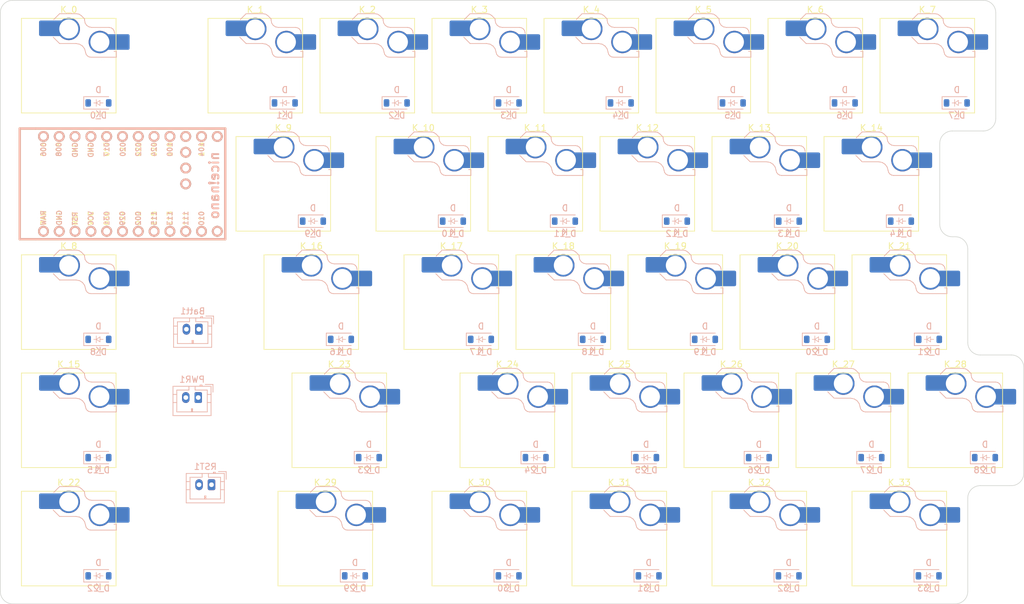
<source format=kicad_pcb>
(kicad_pcb (version 20240108) (generator "pcbnew") (generator_version "8.0")
  (layers (0 "F.Cu" signal) (31 "B.Cu" signal) (34 "B.Paste" user) (35 "F.Paste" user) (36 "B.SilkS" user "B.Silkscreen") (37 "F.SilkS" user "F.Silkscreen") (38 "B.Mask" user) (39 "F.Mask" user) (44 "Edge.Cuts" user))
  (net 0 "")
  (net 1 "col0")
  (net 2 "col1")
  (net 3 "col2")
  (net 4 "col3")
  (net 5 "col4")
  (net 6 "col5")
  (net 7 "col6")
  (net 8 "col7")
  (net 9 "row0")
  (net 10 "row1")
  (net 11 "row2")
  (net 12 "row3")
  (net 13 "row4")
  (net 14 "Net-(D_0-A)")
  (net 15 "Net-(D_1-A)")
  (net 16 "Net-(D_2-A)")
  (net 17 "Net-(D_3-A)")
  (net 18 "Net-(D_4-A)")
  (net 19 "Net-(D_5-A)")
  (net 20 "Net-(D_6-A)")
  (net 21 "Net-(D_7-A)")
  (net 22 "Net-(D_8-A)")
  (net 23 "Net-(D_9-A)")
  (net 24 "Net-(D_10-A)")
  (net 25 "Net-(D_11-A)")
  (net 26 "Net-(D_12-A)")
  (net 27 "Net-(D_13-A)")
  (net 28 "Net-(D_14-A)")
  (net 29 "Net-(D_15-A)")
  (net 30 "Net-(D_16-A)")
  (net 31 "Net-(D_17-A)")
  (net 32 "Net-(D_18-A)")
  (net 33 "Net-(D_19-A)")
  (net 34 "Net-(D_20-A)")
  (net 35 "Net-(D_21-A)")
  (net 36 "Net-(D_22-A)")
  (net 37 "Net-(D_23-A)")
  (net 38 "Net-(D_24-A)")
  (net 39 "Net-(D_25-A)")
  (net 40 "Net-(D_26-A)")
  (net 41 "Net-(D_27-A)")
  (net 42 "Net-(D_28-A)")
  (net 43 "Net-(D_29-A)")
  (net 44 "Net-(D_30-A)")
  (net 45 "Net-(D_31-A)")
  (net 46 "Net-(D_32-A)")
  (net 47 "Net-(D_33-A)")
  (net 50 "Net-(PWR1-B)")
  (net 55 "Net-(RST1-A)")
  (net 61 "Net-(Batt1-Pin_2)")
  (net 62 "Net-(Batt1-Pin_1)")
  (footprint "PCM_Switch_Keyboard_Hotswap_Kailh:SW_Hotswap_Kailh_Choc_V1_Plated_1.50u" (layer "F.Cu") (at 85.28 118.77)
    (property "Reference" "K_23" (at 0 -9 0) (layer "F.SilkS"))
    (property "Value" "KEYSW")
    (pad "" np_thru_hole circle (at -5.5 0) (size 1.9 1.9) (drill 1.9) (layers "*.Cu" "*.Mask"))
    (pad "" np_thru_hole circle (at 0 0) (size 3.45 3.45) (drill 3.45) (layers "*.Cu" "*.Mask"))
    (pad "" np_thru_hole circle (at 5.5 0) (size 1.9 1.9) (drill 1.9) (layers "*.Cu" "*.Mask"))
    (pad "1" smd roundrect (at -2.85 -6) (size 3.85 2.5) (layers "B.Cu") (roundrect_rratio 0.1) (net 2 "col1"))
    (pad "1" thru_hole circle (at 0 -5.9) (size 3.6 3.6) (drill 3.05) (layers "*.Cu" "*.Mask") (net 2 "col1"))
    (pad "2" thru_hole circle (at 5 -3.8) (size 3.6 3.6) (drill 3.05) (layers "*.Cu" "*.Mask") (net 37 "Net-(D_23-A)"))
    (pad "2" smd roundrect (at 7.85 -3.8) (size 3.85 2.5) (layers "B.Cu") (roundrect_rratio 0.1) (net 37 "Net-(D_23-A)"))
  )
  (footprint "ScottoKeebs_Scotto:Standoff_M2x6mm" (layer "F.Cu") (at 164.08 143.12)
    (property "Reference" "H1" (hide yes))
    (property "Value" "MountingHole" (hide yes))
    (pad "" np_thru_hole circle (at 0 0) (size 2.2 2.2) (drill 2.2) (layers "*.Cu" "*.Mask"))
  )
  (footprint "PCM_Switch_Keyboard_Hotswap_Kailh:SW_Hotswap_Kailh_Choc_V1_Plated_1.00u" (layer "F.Cu") (at 130.28 137.77)
    (property "Reference" "K_31" (at 0 -9 0) (layer "F.SilkS"))
    (property "Value" "KEYSW")
    (pad "" np_thru_hole circle (at -5.5 0) (size 1.9 1.9) (drill 1.9) (layers "*.Cu" "*.Mask"))
    (pad "" np_thru_hole circle (at 0 0) (size 3.45 3.45) (drill 3.45) (layers "*.Cu" "*.Mask"))
    (pad "" np_thru_hole circle (at 5.5 0) (size 1.9 1.9) (drill 1.9) (layers "*.Cu" "*.Mask"))
    (pad "1" smd roundrect (at -2.85 -6) (size 3.85 2.5) (layers "B.Cu") (roundrect_rratio 0.1) (net 5 "col4"))
    (pad "1" thru_hole circle (at 0 -5.9) (size 3.6 3.6) (drill 3.05) (layers "*.Cu" "*.Mask") (net 5 "col4"))
    (pad "2" thru_hole circle (at 5 -3.8) (size 3.6 3.6) (drill 3.05) (layers "*.Cu" "*.Mask") (net 45 "Net-(D_31-A)"))
    (pad "2" smd roundrect (at 7.85 -3.8) (size 3.85 2.5) (layers "B.Cu") (roundrect_rratio 0.1) (net 45 "Net-(D_31-A)"))
  )
  (footprint "PCM_Switch_Keyboard_Hotswap_Kailh:SW_Hotswap_Kailh_Choc_V1_Plated_1.00u" (layer "F.Cu") (at 107.78 61.77)
    (property "Reference" "K_3" (at 0 -9 0) (layer "F.SilkS"))
    (property "Value" "KEYSW")
    (pad "" np_thru_hole circle (at -5.5 0) (size 1.9 1.9) (drill 1.9) (layers "*.Cu" "*.Mask"))
    (pad "" np_thru_hole circle (at 0 0) (size 3.45 3.45) (drill 3.45) (layers "*.Cu" "*.Mask"))
    (pad "" np_thru_hole circle (at 5.5 0) (size 1.9 1.9) (drill 1.9) (layers "*.Cu" "*.Mask"))
    (pad "1" smd roundrect (at -2.85 -6) (size 3.85 2.5) (layers "B.Cu") (roundrect_rratio 0.1) (net 4 "col3"))
    (pad "1" thru_hole circle (at 0 -5.9) (size 3.6 3.6) (drill 3.05) (layers "*.Cu" "*.Mask") (net 4 "col3"))
    (pad "2" thru_hole circle (at 5 -3.8) (size 3.6 3.6) (drill 3.05) (layers "*.Cu" "*.Mask") (net 17 "Net-(D_3-A)"))
    (pad "2" smd roundrect (at 7.85 -3.8) (size 3.85 2.5) (layers "B.Cu") (roundrect_rratio 0.1) (net 17 "Net-(D_3-A)"))
  )
  (footprint "PCM_Switch_Keyboard_Hotswap_Kailh:SW_Hotswap_Kailh_Choc_V1_Plated_1.00u" (layer "F.Cu") (at 89.78 61.77)
    (property "Reference" "K_2" (at 0 -9 0) (layer "F.SilkS"))
    (property "Value" "KEYSW")
    (pad "" np_thru_hole circle (at -5.5 0) (size 1.9 1.9) (drill 1.9) (layers "*.Cu" "*.Mask"))
    (pad "" np_thru_hole circle (at 0 0) (size 3.45 3.45) (drill 3.45) (layers "*.Cu" "*.Mask"))
    (pad "" np_thru_hole circle (at 5.5 0) (size 1.9 1.9) (drill 1.9) (layers "*.Cu" "*.Mask"))
    (pad "1" smd roundrect (at -2.85 -6) (size 3.85 2.5) (layers "B.Cu") (roundrect_rratio 0.1) (net 3 "col2"))
    (pad "1" thru_hole circle (at 0 -5.9) (size 3.6 3.6) (drill 3.05) (layers "*.Cu" "*.Mask") (net 3 "col2"))
    (pad "2" thru_hole circle (at 5 -3.8) (size 3.6 3.6) (drill 3.05) (layers "*.Cu" "*.Mask") (net 16 "Net-(D_2-A)"))
    (pad "2" smd roundrect (at 7.85 -3.8) (size 3.85 2.5) (layers "B.Cu") (roundrect_rratio 0.1) (net 16 "Net-(D_2-A)"))
  )
  (footprint "PCM_Switch_Keyboard_Hotswap_Kailh:SW_Hotswap_Kailh_Choc_V1_Plated_1.00u" (layer "F.Cu") (at 98.78 80.77)
    (property "Reference" "K_10" (at 0 -9 0) (layer "F.SilkS"))
    (property "Value" "KEYSW")
    (pad "" np_thru_hole circle (at -5.5 0) (size 1.9 1.9) (drill 1.9) (layers "*.Cu" "*.Mask"))
    (pad "" np_thru_hole circle (at 0 0) (size 3.45 3.45) (drill 3.45) (layers "*.Cu" "*.Mask"))
    (pad "" np_thru_hole circle (at 5.5 0) (size 1.9 1.9) (drill 1.9) (layers "*.Cu" "*.Mask"))
    (pad "1" smd roundrect (at -2.85 -6) (size 3.85 2.5) (layers "B.Cu") (roundrect_rratio 0.1) (net 3 "col2"))
    (pad "1" thru_hole circle (at 0 -5.9) (size 3.6 3.6) (drill 3.05) (layers "*.Cu" "*.Mask") (net 3 "col2"))
    (pad "2" thru_hole circle (at 5 -3.8) (size 3.6 3.6) (drill 3.05) (layers "*.Cu" "*.Mask") (net 24 "Net-(D_10-A)"))
    (pad "2" smd roundrect (at 7.85 -3.8) (size 3.85 2.5) (layers "B.Cu") (roundrect_rratio 0.1) (net 24 "Net-(D_10-A)"))
  )
  (footprint "PCM_Switch_Keyboard_Hotswap_Kailh:SW_Hotswap_Kailh_Choc_V1_Plated_1.00u" (layer "F.Cu") (at 152.78 80.77)
    (property "Reference" "K_13" (at 0 -9 0) (layer "F.SilkS"))
    (property "Value" "KEYSW")
    (pad "" np_thru_hole circle (at -5.5 0) (size 1.9 1.9) (drill 1.9) (layers "*.Cu" "*.Mask"))
    (pad "" np_thru_hole circle (at 0 0) (size 3.45 3.45) (drill 3.45) (layers "*.Cu" "*.Mask"))
    (pad "" np_thru_hole circle (at 5.5 0) (size 1.9 1.9) (drill 1.9) (layers "*.Cu" "*.Mask"))
    (pad "1" smd roundrect (at -2.85 -6) (size 3.85 2.5) (layers "B.Cu") (roundrect_rratio 0.1) (net 6 "col5"))
    (pad "1" thru_hole circle (at 0 -5.9) (size 3.6 3.6) (drill 3.05) (layers "*.Cu" "*.Mask") (net 6 "col5"))
    (pad "2" thru_hole circle (at 5 -3.8) (size 3.6 3.6) (drill 3.05) (layers "*.Cu" "*.Mask") (net 27 "Net-(D_13-A)"))
    (pad "2" smd roundrect (at 7.85 -3.8) (size 3.85 2.5) (layers "B.Cu") (roundrect_rratio 0.1) (net 27 "Net-(D_13-A)"))
  )
  (footprint "PCM_Switch_Keyboard_Hotswap_Kailh:SW_Hotswap_Kailh_Choc_V1_Plated_1.00u" (layer "F.Cu") (at 41.8 61.77)
    (property "Reference" "K_0" (at 0 -9 0) (layer "F.SilkS"))
    (property "Value" "KEYSW")
    (pad "" np_thru_hole circle (at -5.5 0) (size 1.9 1.9) (drill 1.9) (layers "*.Cu" "*.Mask"))
    (pad "" np_thru_hole circle (at 0 0) (size 3.45 3.45) (drill 3.45) (layers "*.Cu" "*.Mask"))
    (pad "" np_thru_hole circle (at 5.5 0) (size 1.9 1.9) (drill 1.9) (layers "*.Cu" "*.Mask"))
    (pad "1" smd roundrect (at -2.85 -6) (size 3.85 2.5) (layers "B.Cu") (roundrect_rratio 0.1) (net 1 "col0"))
    (pad "1" thru_hole circle (at 0 -5.9) (size 3.6 3.6) (drill 3.05) (layers "*.Cu" "*.Mask") (net 1 "col0"))
    (pad "2" thru_hole circle (at 5 -3.8) (size 3.6 3.6) (drill 3.05) (layers "*.Cu" "*.Mask") (net 14 "Net-(D_0-A)"))
    (pad "2" smd roundrect (at 7.85 -3.8) (size 3.85 2.5) (layers "B.Cu") (roundrect_rratio 0.1) (net 14 "Net-(D_0-A)"))
  )
  (footprint "PCM_Switch_Keyboard_Hotswap_Kailh:SW_Hotswap_Kailh_Choc_V1_Plated_1.50u" (layer "F.Cu") (at 76.28 80.77)
    (property "Reference" "K_9" (at 0 -9 0) (layer "F.SilkS"))
    (property "Value" "KEYSW")
    (pad "" np_thru_hole circle (at -5.5 0) (size 1.9 1.9) (drill 1.9) (layers "*.Cu" "*.Mask"))
    (pad "" np_thru_hole circle (at 0 0) (size 3.45 3.45) (drill 3.45) (layers "*.Cu" "*.Mask"))
    (pad "" np_thru_hole circle (at 5.5 0) (size 1.9 1.9) (drill 1.9) (layers "*.Cu" "*.Mask"))
    (pad "1" smd roundrect (at -2.85 -6) (size 3.85 2.5) (layers "B.Cu") (roundrect_rratio 0.1) (net 2 "col1"))
    (pad "1" thru_hole circle (at 0 -5.9) (size 3.6 3.6) (drill 3.05) (layers "*.Cu" "*.Mask") (net 2 "col1"))
    (pad "2" thru_hole circle (at 5 -3.8) (size 3.6 3.6) (drill 3.05) (layers "*.Cu" "*.Mask") (net 23 "Net-(D_9-A)"))
    (pad "2" smd roundrect (at 7.85 -3.8) (size 3.85 2.5) (layers "B.Cu") (roundrect_rratio 0.1) (net 23 "Net-(D_9-A)"))
  )
  (footprint "PCM_Switch_Keyboard_Hotswap_Kailh:SW_Hotswap_Kailh_Choc_V1_Plated_1.50u" (layer "F.Cu") (at 107.78 137.77)
    (property "Reference" "K_30" (at 0 -9 0) (layer "F.SilkS"))
    (property "Value" "KEYSW")
    (pad "" np_thru_hole circle (at -5.5 0) (size 1.9 1.9) (drill 1.9) (layers "*.Cu" "*.Mask"))
    (pad "" np_thru_hole circle (at 0 0) (size 3.45 3.45) (drill 3.45) (layers "*.Cu" "*.Mask"))
    (pad "" np_thru_hole circle (at 5.5 0) (size 1.9 1.9) (drill 1.9) (layers "*.Cu" "*.Mask"))
    (pad "1" smd roundrect (at -2.85 -6) (size 3.85 2.5) (layers "B.Cu") (roundrect_rratio 0.1) (net 3 "col2"))
    (pad "1" thru_hole circle (at 0 -5.9) (size 3.6 3.6) (drill 3.05) (layers "*.Cu" "*.Mask") (net 3 "col2"))
    (pad "2" thru_hole circle (at 5 -3.8) (size 3.6 3.6) (drill 3.05) (layers "*.Cu" "*.Mask") (net 44 "Net-(D_30-A)"))
    (pad "2" smd roundrect (at 7.85 -3.8) (size 3.85 2.5) (layers "B.Cu") (roundrect_rratio 0.1) (net 44 "Net-(D_30-A)"))
  )
  (footprint "PCM_Switch_Keyboard_Hotswap_Kailh:SW_Hotswap_Kailh_Choc_V1_Plated_1.00u" (layer "F.Cu") (at 175.28 99.77)
    (property "Reference" "K_21" (at 0 -9 0) (layer "F.SilkS"))
    (property "Value" "KEYSW")
    (pad "" np_thru_hole circle (at -5.5 0) (size 1.9 1.9) (drill 1.9) (layers "*.Cu" "*.Mask"))
    (pad "" np_thru_hole circle (at 0 0) (size 3.45 3.45) (drill 3.45) (layers "*.Cu" "*.Mask"))
    (pad "" np_thru_hole circle (at 5.5 0) (size 1.9 1.9) (drill 1.9) (layers "*.Cu" "*.Mask"))
    (pad "1" smd roundrect (at -2.85 -6) (size 3.85 2.5) (layers "B.Cu") (roundrect_rratio 0.1) (net 7 "col6"))
    (pad "1" thru_hole circle (at 0 -5.9) (size 3.6 3.6) (drill 3.05) (layers "*.Cu" "*.Mask") (net 7 "col6"))
    (pad "2" thru_hole circle (at 5 -3.8) (size 3.6 3.6) (drill 3.05) (layers "*.Cu" "*.Mask") (net 35 "Net-(D_21-A)"))
    (pad "2" smd roundrect (at 7.85 -3.8) (size 3.85 2.5) (layers "B.Cu") (roundrect_rratio 0.1) (net 35 "Net-(D_21-A)"))
  )
  (footprint "PCM_Switch_Keyboard_Hotswap_Kailh:SW_Hotswap_Kailh_Choc_V1_Plated_1.00u" (layer "F.Cu") (at 41.8 118.77)
    (property "Reference" "K_15" (at 0 -9 0) (layer "F.SilkS"))
    (property "Value" "KEYSW")
    (pad "" np_thru_hole circle (at -5.5 0) (size 1.9 1.9) (drill 1.9) (layers "*.Cu" "*.Mask"))
    (pad "" np_thru_hole circle (at 0 0) (size 3.45 3.45) (drill 3.45) (layers "*.Cu" "*.Mask"))
    (pad "" np_thru_hole circle (at 5.5 0) (size 1.9 1.9) (drill 1.9) (layers "*.Cu" "*.Mask"))
    (pad "1" smd roundrect (at -2.85 -6) (size 3.85 2.5) (layers "B.Cu") (roundrect_rratio 0.1) (net 1 "col0"))
    (pad "1" thru_hole circle (at 0 -5.9) (size 3.6 3.6) (drill 3.05) (layers "*.Cu" "*.Mask") (net 1 "col0"))
    (pad "2" thru_hole circle (at 5 -3.8) (size 3.6 3.6) (drill 3.05) (layers "*.Cu" "*.Mask") (net 29 "Net-(D_15-A)"))
    (pad "2" smd roundrect (at 7.85 -3.8) (size 3.85 2.5) (layers "B.Cu") (roundrect_rratio 0.1) (net 29 "Net-(D_15-A)"))
  )
  (footprint "PCM_Switch_Keyboard_Hotswap_Kailh:SW_Hotswap_Kailh_Choc_V1_Plated_1.00u" (layer "F.Cu") (at 170.78 80.77)
    (property "Reference" "K_14" (at 0 -9 0) (layer "F.SilkS"))
    (property "Value" "KEYSW")
    (pad "" np_thru_hole circle (at -5.5 0) (size 1.9 1.9) (drill 1.9) (layers "*.Cu" "*.Mask"))
    (pad "" np_thru_hole circle (at 0 0) (size 3.45 3.45) (drill 3.45) (layers "*.Cu" "*.Mask"))
    (pad "" np_thru_hole circle (at 5.5 0) (size 1.9 1.9) (drill 1.9) (layers "*.Cu" "*.Mask"))
    (pad "1" smd roundrect (at -2.85 -6) (size 3.85 2.5) (layers "B.Cu") (roundrect_rratio 0.1) (net 7 "col6"))
    (pad "1" thru_hole circle (at 0 -5.9) (size 3.6 3.6) (drill 3.05) (layers "*.Cu" "*.Mask") (net 7 "col6"))
    (pad "2" thru_hole circle (at 5 -3.8) (size 3.6 3.6) (drill 3.05) (layers "*.Cu" "*.Mask") (net 28 "Net-(D_14-A)"))
    (pad "2" smd roundrect (at 7.85 -3.8) (size 3.85 2.5) (layers "B.Cu") (roundrect_rratio 0.1) (net 28 "Net-(D_14-A)"))
  )
  (footprint "PCM_Switch_Keyboard_Hotswap_Kailh:SW_Hotswap_Kailh_Choc_V1_Plated_1.00u" (layer "F.Cu") (at 157.28 99.77)
    (property "Reference" "K_20" (at 0 -9 0) (layer "F.SilkS"))
    (property "Value" "KEYSW")
    (pad "" np_thru_hole circle (at -5.5 0) (size 1.9 1.9) (drill 1.9) (layers "*.Cu" "*.Mask"))
    (pad "" np_thru_hole circle (at 0 0) (size 3.45 3.45) (drill 3.45) (layers "*.Cu" "*.Mask"))
    (pad "" np_thru_hole circle (at 5.5 0) (size 1.9 1.9) (drill 1.9) (layers "*.Cu" "*.Mask"))
    (pad "1" smd roundrect (at -2.85 -6) (size 3.85 2.5) (layers "B.Cu") (roundrect_rratio 0.1) (net 6 "col5"))
    (pad "1" thru_hole circle (at 0 -5.9) (size 3.6 3.6) (drill 3.05) (layers "*.Cu" "*.Mask") (net 6 "col5"))
    (pad "2" thru_hole circle (at 5 -3.8) (size 3.6 3.6) (drill 3.05) (layers "*.Cu" "*.Mask") (net 34 "Net-(D_20-A)"))
    (pad "2" smd roundrect (at 7.85 -3.8) (size 3.85 2.5) (layers "B.Cu") (roundrect_rratio 0.1) (net 34 "Net-(D_20-A)"))
  )
  (footprint "PCM_Switch_Keyboard_Hotswap_Kailh:SW_Hotswap_Kailh_Choc_V1_Plated_1.00u" (layer "F.Cu") (at 41.8 99.77)
    (property "Reference" "K_8" (at 0 -9 0) (layer "F.SilkS"))
    (property "Value" "KEYSW")
    (pad "" np_thru_hole circle (at -5.5 0) (size 1.9 1.9) (drill 1.9) (layers "*.Cu" "*.Mask"))
    (pad "" np_thru_hole circle (at 0 0) (size 3.45 3.45) (drill 3.45) (layers "*.Cu" "*.Mask"))
    (pad "" np_thru_hole circle (at 5.5 0) (size 1.9 1.9) (drill 1.9) (layers "*.Cu" "*.Mask"))
    (pad "1" smd roundrect (at -2.85 -6) (size 3.85 2.5) (layers "B.Cu") (roundrect_rratio 0.1) (net 1 "col0"))
    (pad "1" thru_hole circle (at 0 -5.9) (size 3.6 3.6) (drill 3.05) (layers "*.Cu" "*.Mask") (net 1 "col0"))
    (pad "2" thru_hole circle (at 5 -3.8) (size 3.6 3.6) (drill 3.05) (layers "*.Cu" "*.Mask") (net 22 "Net-(D_8-A)"))
    (pad "2" smd roundrect (at 7.85 -3.8) (size 3.85 2.5) (layers "B.Cu") (roundrect_rratio 0.1) (net 22 "Net-(D_8-A)"))
  )
  (footprint "PCM_Switch_Keyboard_Hotswap_Kailh:SW_Hotswap_Kailh_Choc_V1_Plated_1.00u" (layer "F.Cu") (at 71.78 61.77)
    (property "Reference" "K_1" (at 0 -9 0) (layer "F.SilkS"))
    (property "Value" "KEYSW")
    (pad "" np_thru_hole circle (at -5.5 0) (size 1.9 1.9) (drill 1.9) (layers "*.Cu" "*.Mask"))
    (pad "" np_thru_hole circle (at 0 0) (size 3.45 3.45) (drill 3.45) (layers "*.Cu" "*.Mask"))
    (pad "" np_thru_hole circle (at 5.5 0) (size 1.9 1.9) (drill 1.9) (layers "*.Cu" "*.Mask"))
    (pad "1" smd roundrect (at -2.85 -6) (size 3.85 2.5) (layers "B.Cu") (roundrect_rratio 0.1) (net 2 "col1"))
    (pad "1" thru_hole circle (at 0 -5.9) (size 3.6 3.6) (drill 3.05) (layers "*.Cu" "*.Mask") (net 2 "col1"))
    (pad "2" thru_hole circle (at 5 -3.8) (size 3.6 3.6) (drill 3.05) (layers "*.Cu" "*.Mask") (net 15 "Net-(D_1-A)"))
    (pad "2" smd roundrect (at 7.85 -3.8) (size 3.85 2.5) (layers "B.Cu") (roundrect_rratio 0.1) (net 15 "Net-(D_1-A)"))
  )
  (footprint "PCM_Switch_Keyboard_Hotswap_Kailh:SW_Hotswap_Kailh_Choc_V1_Plated_1.00u" (layer "F.Cu") (at 161.78 61.77)
    (property "Reference" "K_6" (at 0 -9 0) (layer "F.SilkS"))
    (property "Value" "KEYSW")
    (pad "" np_thru_hole circle (at -5.5 0) (size 1.9 1.9) (drill 1.9) (layers "*.Cu" "*.Mask"))
    (pad "" np_thru_hole circle (at 0 0) (size 3.45 3.45) (drill 3.45) (layers "*.Cu" "*.Mask"))
    (pad "" np_thru_hole circle (at 5.5 0) (size 1.9 1.9) (drill 1.9) (layers "*.Cu" "*.Mask"))
    (pad "1" smd roundrect (at -2.85 -6) (size 3.85 2.5) (layers "B.Cu") (roundrect_rratio 0.1) (net 7 "col6"))
    (pad "1" thru_hole circle (at 0 -5.9) (size 3.6 3.6) (drill 3.05) (layers "*.Cu" "*.Mask") (net 7 "col6"))
    (pad "2" thru_hole circle (at 5 -3.8) (size 3.6 3.6) (drill 3.05) (layers "*.Cu" "*.Mask") (net 20 "Net-(D_6-A)"))
    (pad "2" smd roundrect (at 7.85 -3.8) (size 3.85 2.5) (layers "B.Cu") (roundrect_rratio 0.1) (net 20 "Net-(D_6-A)"))
  )
  (footprint "PCM_Switch_Keyboard_Hotswap_Kailh:SW_Hotswap_Kailh_Choc_V1_Plated_1.25u" (layer "F.Cu") (at 83.03 137.77)
    (property "Reference" "K_29" (at 0 -9 0) (layer "F.SilkS"))
    (property "Value" "KEYSW")
    (pad "" np_thru_hole circle (at -5.5 0) (size 1.9 1.9) (drill 1.9) (layers "*.Cu" "*.Mask"))
    (pad "" np_thru_hole circle (at 0 0) (size 3.45 3.45) (drill 3.45) (layers "*.Cu" "*.Mask"))
    (pad "" np_thru_hole circle (at 5.5 0) (size 1.9 1.9) (drill 1.9) (layers "*.Cu" "*.Mask"))
    (pad "1" smd roundrect (at -2.85 -6) (size 3.85 2.5) (layers "B.Cu") (roundrect_rratio 0.1) (net 2 "col1"))
    (pad "1" thru_hole circle (at 0 -5.9) (size 3.6 3.6) (drill 3.05) (layers "*.Cu" "*.Mask") (net 2 "col1"))
    (pad "2" thru_hole circle (at 5 -3.8) (size 3.6 3.6) (drill 3.05) (layers "*.Cu" "*.Mask") (net 43 "Net-(D_29-A)"))
    (pad "2" smd roundrect (at 7.85 -3.8) (size 3.85 2.5) (layers "B.Cu") (roundrect_rratio 0.1) (net 43 "Net-(D_29-A)"))
  )
  (footprint "PCM_Switch_Keyboard_Hotswap_Kailh:SW_Hotswap_Kailh_Choc_V1_Plated_1.00u" (layer "F.Cu") (at 175.28 137.77)
    (property "Reference" "K_33" (at 0 -9 0) (layer "F.SilkS"))
    (property "Value" "KEYSW")
    (pad "" np_thru_hole circle (at -5.5 0) (size 1.9 1.9) (drill 1.9) (layers "*.Cu" "*.Mask"))
    (pad "" np_thru_hole circle (at 0 0) (size 3.45 3.45) (drill 3.45) (layers "*.Cu" "*.Mask"))
    (pad "" np_thru_hole circle (at 5.5 0) (size 1.9 1.9) (drill 1.9) (layers "*.Cu" "*.Mask"))
    (pad "1" smd roundrect (at -2.85 -6) (size 3.85 2.5) (layers "B.Cu") (roundrect_rratio 0.1) (net 7 "col6"))
    (pad "1" thru_hole circle (at 0 -5.9) (size 3.6 3.6) (drill 3.05) (layers "*.Cu" "*.Mask") (net 7 "col6"))
    (pad "2" thru_hole circle (at 5 -3.8) (size 3.6 3.6) (drill 3.05) (layers "*.Cu" "*.Mask") (net 47 "Net-(D_33-A)"))
    (pad "2" smd roundrect (at 7.85 -3.8) (size 3.85 2.5) (layers "B.Cu") (roundrect_rratio 0.1) (net 47 "Net-(D_33-A)"))
  )
  (footprint "PCM_Switch_Keyboard_Hotswap_Kailh:SW_Hotswap_Kailh_Choc_V1_Plated_1.00u" (layer "F.Cu") (at 130.28 118.77)
    (property "Reference" "K_25" (at 0 -9 0) (layer "F.SilkS"))
    (property "Value" "KEYSW")
    (pad "" np_thru_hole circle (at -5.5 0) (size 1.9 1.9) (drill 1.9) (layers "*.Cu" "*.Mask"))
    (pad "" np_thru_hole circle (at 0 0) (size 3.45 3.45) (drill 3.45) (layers "*.Cu" "*.Mask"))
    (pad "" np_thru_hole circle (at 5.5 0) (size 1.9 1.9) (drill 1.9) (layers "*.Cu" "*.Mask"))
    (pad "1" smd roundrect (at -2.85 -6) (size 3.85 2.5) (layers "B.Cu") (roundrect_rratio 0.1) (net 5 "col4"))
    (pad "1" thru_hole circle (at 0 -5.9) (size 3.6 3.6) (drill 3.05) (layers "*.Cu" "*.Mask") (net 5 "col4"))
    (pad "2" thru_hole circle (at 5 -3.8) (size 3.6 3.6) (drill 3.05) (layers "*.Cu" "*.Mask") (net 39 "Net-(D_25-A)"))
    (pad "2" smd roundrect (at 7.85 -3.8) (size 3.85 2.5) (layers "B.Cu") (roundrect_rratio 0.1) (net 39 "Net-(D_25-A)"))
  )
  (footprint "ScottoKeebs_Scotto:Standoff_M2x6mm" (layer "F.Cu") (at 92.25 100)
    (property "Reference" "H4" (hide yes))
    (property "Value" "MountingHole" (hide yes))
    (pad "" np_thru_hole circle (at 0 0) (size 2.2 2.2) (drill 2.2) (layers "*.Cu" "*.Mask"))
  )
  (footprint "PCM_Switch_Keyboard_Hotswap_Kailh:SW_Hotswap_Kailh_Choc_V1_Plated_1.00u" (layer "F.Cu") (at 166.28 118.77)
    (property "Reference" "K_27" (at 0 -9 0) (layer "F.SilkS"))
    (property "Value" "KEYSW")
    (pad "" np_thru_hole circle (at -5.5 0) (size 1.9 1.9) (drill 1.9) (layers "*.Cu" "*.Mask"))
    (pad "" np_thru_hole circle (at 0 0) (size 3.45 3.45) (drill 3.45) (layers "*.Cu" "*.Mask"))
    (pad "" np_thru_hole circle (at 5.5 0) (size 1.9 1.9) (drill 1.9) (layers "*.Cu" "*.Mask"))
    (pad "1" smd roundrect (at -2.85 -6) (size 3.85 2.5) (layers "B.Cu") (roundrect_rratio 0.1) (net 7 "col6"))
    (pad "1" thru_hole circle (at 0 -5.9) (size 3.6 3.6) (drill 3.05) (layers "*.Cu" "*.Mask") (net 7 "col6"))
    (pad "2" thru_hole circle (at 5 -3.8) (size 3.6 3.6) (drill 3.05) (layers "*.Cu" "*.Mask") (net 41 "Net-(D_27-A)"))
    (pad "2" smd roundrect (at 7.85 -3.8) (size 3.85 2.5) (layers "B.Cu") (roundrect_rratio 0.1) (net 41 "Net-(D_27-A)"))
  )
  (footprint "PCM_Switch_Keyboard_Hotswap_Kailh:SW_Hotswap_Kailh_Choc_V1_Plated_1.00u" (layer "F.Cu") (at 179.78 61.77)
    (property "Reference" "K_7" (at 0 -9 0) (layer "F.SilkS"))
    (property "Value" "KEYSW")
    (pad "" np_thru_hole circle (at -5.5 0) (size 1.9 1.9) (drill 1.9) (layers "*.Cu" "*.Mask"))
    (pad "" np_thru_hole circle (at 0 0) (size 3.45 3.45) (drill 3.45) (layers "*.Cu" "*.Mask"))
    (pad "" np_thru_hole circle (at 5.5 0) (size 1.9 1.9) (drill 1.9) (layers "*.Cu" "*.Mask"))
    (pad "1" smd roundrect (at -2.85 -6) (size 3.85 2.5) (layers "B.Cu") (roundrect_rratio 0.1) (net 8 "col7"))
    (pad "1" thru_hole circle (at 0 -5.9) (size 3.6 3.6) (drill 3.05) (layers "*.Cu" "*.Mask") (net 8 "col7"))
    (pad "2" thru_hole circle (at 5 -3.8) (size 3.6 3.6) (drill 3.05) (layers "*.Cu" "*.Mask") (net 21 "Net-(D_7-A)"))
    (pad "2" smd roundrect (at 7.85 -3.8) (size 3.85 2.5) (layers "B.Cu") (roundrect_rratio 0.1) (net 21 "Net-(D_7-A)"))
  )
  (footprint "PCM_Switch_Keyboard_Hotswap_Kailh:SW_Hotswap_Kailh_Choc_V1_Plated_1.00u" (layer "F.Cu") (at 148.28 118.77)
    (property "Reference" "K_26" (at 0 -9 0) (layer "F.SilkS"))
    (property "Value" "KEYSW")
    (pad "" np_thru_hole circle (at -5.5 0) (size 1.9 1.9) (drill 1.9) (layers "*.Cu" "*.Mask"))
    (pad "" np_thru_hole circle (at 0 0) (size 3.45 3.45) (drill 3.45) (layers "*.Cu" "*.Mask"))
    (pad "" np_thru_hole circle (at 5.5 0) (size 1.9 1.9) (drill 1.9) (layers "*.Cu" "*.Mask"))
    (pad "1" smd roundrect (at -2.85 -6) (size 3.85 2.5) (layers "B.Cu") (roundrect_rratio 0.1) (net 6 "col5"))
    (pad "1" thru_hole circle (at 0 -5.9) (size 3.6 3.6) (drill 3.05) (layers "*.Cu" "*.Mask") (net 6 "col5"))
    (pad "2" thru_hole circle (at 5 -3.8) (size 3.6 3.6) (drill 3.05) (layers "*.Cu" "*.Mask") (net 40 "Net-(D_26-A)"))
    (pad "2" smd roundrect (at 7.85 -3.8) (size 3.85 2.5) (layers "B.Cu") (roundrect_rratio 0.1) (net 40 "Net-(D_26-A)"))
  )
  (footprint "PCM_Switch_Keyboard_Hotswap_Kailh:SW_Hotswap_Kailh_Choc_V1_Plated_1.00u" (layer "F.Cu") (at 116.78 80.77)
    (property "Reference" "K_11" (at 0 -9 0) (layer "F.SilkS"))
    (property "Value" "KEYSW")
    (pad "" np_thru_hole circle (at -5.5 0) (size 1.9 1.9) (drill 1.9) (layers "*.Cu" "*.Mask"))
    (pad "" np_thru_hole circle (at 0 0) (size 3.45 3.45) (drill 3.45) (layers "*.Cu" "*.Mask"))
    (pad "" np_thru_hole circle (at 5.5 0) (size 1.9 1.9) (drill 1.9) (layers "*.Cu" "*.Mask"))
    (pad "1" smd roundrect (at -2.85 -6) (size 3.85 2.5) (layers "B.Cu") (roundrect_rratio 0.1) (net 4 "col3"))
    (pad "1" thru_hole circle (at 0 -5.9) (size 3.6 3.6) (drill 3.05) (layers "*.Cu" "*.Mask") (net 4 "col3"))
    (pad "2" thru_hole circle (at 5 -3.8) (size 3.6 3.6) (drill 3.05) (layers "*.Cu" "*.Mask") (net 25 "Net-(D_11-A)"))
    (pad "2" smd roundrect (at 7.85 -3.8) (size 3.85 2.5) (layers "B.Cu") (roundrect_rratio 0.1) (net 25 "Net-(D_11-A)"))
  )
  (footprint "PCM_Switch_Keyboard_Hotswap_Kailh:SW_Hotswap_Kailh_Choc_V1_Plated_1.00u" (layer "F.Cu") (at 103.28 99.77)
    (property "Reference" "K_17" (at 0 -9 0) (layer "F.SilkS"))
    (property "Value" "KEYSW")
    (pad "" np_thru_hole circle (at -5.5 0) (size 1.9 1.9) (drill 1.9) (layers "*.Cu" "*.Mask"))
    (pad "" np_thru_hole circle (at 0 0) (size 3.45 3.45) (drill 3.45) (layers "*.Cu" "*.Mask"))
    (pad "" np_thru_hole circle (at 5.5 0) (size 1.9 1.9) (drill 1.9) (layers "*.Cu" "*.Mask"))
    (pad "1" smd roundrect (at -2.85 -6) (size 3.85 2.5) (layers "B.Cu") (roundrect_rratio 0.1) (net 3 "col2"))
    (pad "1" thru_hole circle (at 0 -5.9) (size 3.6 3.6) (drill 3.05) (layers "*.Cu" "*.Mask") (net 3 "col2"))
    (pad "2" thru_hole circle (at 5 -3.8) (size 3.6 3.6) (drill 3.05) (layers "*.Cu" "*.Mask") (net 31 "Net-(D_17-A)"))
    (pad "2" smd roundrect (at 7.85 -3.8) (size 3.85 2.5) (layers "B.Cu") (roundrect_rratio 0.1) (net 31 "Net-(D_17-A)"))
  )
  (footprint "PCM_Switch_Keyboard_Hotswap_Kailh:SW_Hotswap_Kailh_Choc_V1_Plated_1.50u" (layer "F.Cu") (at 152.78 137.77)
    (property "Reference" "K_32" (at 0 -9 0) (layer "F.SilkS"))
    (property "Value" "KEYSW")
    (pad "" np_thru_hole circle (at -5.5 0) (size 1.9 1.9) (drill 1.9) (layers "*.Cu" "*.Mask"))
    (pad "" np_thru_hole circle (at 0 0) (size 3.45 3.45) (drill 3.45) (layers "*.Cu" "*.Mask"))
    (pad "" np_thru_hole circle (at 5.5 0) (size 1.9 1.9) (drill 1.9) (layers "*.Cu" "*.Mask"))
    (pad "1" smd roundrect (at -2.85 -6) (size 3.85 2.5) (layers "B.Cu") (roundrect_rratio 0.1) (net 6 "col5"))
    (pad "1" thru_hole circle (at 0 -5.9) (size 3.6 3.6) (drill 3.05) (layers "*.Cu" "*.Mask") (net 6 "col5"))
    (pad "2" thru_hole circle (at 5 -3.8) (size 3.6 3.6) (drill 3.05) (layers "*.Cu" "*.Mask") (net 46 "Net-(D_32-A)"))
    (pad "2" smd roundrect (at 7.85 -3.8) (size 3.85 2.5) (layers "B.Cu") (roundrect_rratio 0.1) (net 46 "Net-(D_32-A)"))
  )
  (footprint "PCM_Switch_Keyboard_Hotswap_Kailh:SW_Hotswap_Kailh_Choc_V1_Plated_1.50u" (layer "F.Cu") (at 80.78 99.77)
    (property "Reference" "K_16" (at 0 -9 0) (layer "F.SilkS"))
    (property "Value" "KEYSW")
    (pad "" np_thru_hole circle (at -5.5 0) (size 1.9 1.9) (drill 1.9) (layers "*.Cu" "*.Mask"))
    (pad "" np_thru_hole circle (at 0 0) (size 3.45 3.45) (drill 3.45) (layers "*.Cu" "*.Mask"))
    (pad "" np_thru_hole circle (at 5.5 0) (size 1.9 1.9) (drill 1.9) (layers "*.Cu" "*.Mask"))
    (pad "1" smd roundrect (at -2.85 -6) (size 3.85 2.5) (layers "B.Cu") (roundrect_rratio 0.1) (net 2 "col1"))
    (pad "1" thru_hole circle (at 0 -5.9) (size 3.6 3.6) (drill 3.05) (layers "*.Cu" "*.Mask") (net 2 "col1"))
    (pad "2" thru_hole circle (at 5 -3.8) (size 3.6 3.6) (drill 3.05) (layers "*.Cu" "*.Mask") (net 30 "Net-(D_16-A)"))
    (pad "2" smd roundrect (at 7.85 -3.8) (size 3.85 2.5) (layers "B.Cu") (roundrect_rratio 0.1) (net 30 "Net-(D_16-A)"))
  )
  (footprint "PCM_Switch_Keyboard_Hotswap_Kailh:SW_Hotswap_Kailh_Choc_V1_Plated_1.00u" (layer "F.Cu") (at 139.28 99.77)
    (property "Reference" "K_19" (at 0 -9 0) (layer "F.SilkS"))
    (property "Value" "KEYSW")
    (pad "" np_thru_hole circle (at -5.5 0) (size 1.9 1.9) (drill 1.9) (layers "*.Cu" "*.Mask"))
    (pad "" np_thru_hole circle (at 0 0) (size 3.45 3.45) (drill 3.45) (layers "*.Cu" "*.Mask"))
    (pad "" np_thru_hole circle (at 5.5 0) (size 1.9 1.9) (drill 1.9) (layers "*.Cu" "*.Mask"))
    (pad "1" smd roundrect (at -2.85 -6) (size 3.85 2.5) (layers "B.Cu") (roundrect_rratio 0.1) (net 5 "col4"))
    (pad "1" thru_hole circle (at 0 -5.9) (size 3.6 3.6) (drill 3.05) (layers "*.Cu" "*.Mask") (net 5 "col4"))
    (pad "2" thru_hole circle (at 5 -3.8) (size 3.6 3.6) (drill 3.05) (layers "*.Cu" "*.Mask") (net 33 "Net-(D_19-A)"))
    (pad "2" smd roundrect (at 7.85 -3.8) (size 3.85 2.5) (layers "B.Cu") (roundrect_rratio 0.1) (net 33 "Net-(D_19-A)"))
  )
  (footprint "PCM_Switch_Keyboard_Hotswap_Kailh:SW_Hotswap_Kailh_Choc_V1_Plated_1.00u" (layer "F.Cu") (at 41.8 137.77)
    (property "Reference" "K_22" (at 0 -9 0) (layer "F.SilkS"))
    (property "Value" "KEYSW")
    (pad "" np_thru_hole circle (at -5.5 0) (size 1.9 1.9) (drill 1.9) (layers "*.Cu" "*.Mask"))
    (pad "" np_thru_hole circle (at 0 0) (size 3.45 3.45) (drill 3.45) (layers "*.Cu" "*.Mask"))
    (pad "" np_thru_hole circle (at 5.5 0) (size 1.9 1.9) (drill 1.9) (layers "*.Cu" "*.Mask"))
    (pad "1" smd roundrect (at -2.85 -6) (size 3.85 2.5) (layers "B.Cu") (roundrect_rratio 0.1) (net 1 "col0"))
    (pad "1" thru_hole circle (at 0 -5.9) (size 3.6 3.6) (drill 3.05) (layers "*.Cu" "*.Mask") (net 1 "col0"))
    (pad "2" thru_hole circle (at 5 -3.8) (size 3.6 3.6) (drill 3.05) (layers "*.Cu" "*.Mask") (net 36 "Net-(D_22-A)"))
    (pad "2" smd roundrect (at 7.85 -3.8) (size 3.85 2.5) (layers "B.Cu") (roundrect_rratio 0.1) (net 36 "Net-(D_22-A)"))
  )
  (footprint "ScottoKeebs_Scotto:Standoff_M2x6mm" (layer "F.Cu") (at 56.6 54.63)
    (property "Reference" "H6" (hide yes))
    (property "Value" "MountingHole" (hide yes))
    (pad "" np_thru_hole circle (at 0 0) (size 2.2 2.2) (drill 2.2) (layers "*.Cu" "*.Mask"))
  )
  (footprint "PCM_Switch_Keyboard_Hotswap_Kailh:SW_Hotswap_Kailh_Choc_V1_Plated_1.00u" (layer "F.Cu") (at 143.78 61.77)
    (property "Reference" "K_5" (at 0 -9 0) (layer "F.SilkS"))
    (property "Value" "KEYSW")
    (pad "" np_thru_hole circle (at -5.5 0) (size 1.9 1.9) (drill 1.9) (layers "*.Cu" "*.Mask"))
    (pad "" np_thru_hole circle (at 0 0) (size 3.45 3.45) (drill 3.45) (layers "*.Cu" "*.Mask"))
    (pad "" np_thru_hole circle (at 5.5 0) (size 1.9 1.9) (drill 1.9) (layers "*.Cu" "*.Mask"))
    (pad "1" smd roundrect (at -2.85 -6) (size 3.85 2.5) (layers "B.Cu") (roundrect_rratio 0.1) (net 6 "col5"))
    (pad "1" thru_hole circle (at 0 -5.9) (size 3.6 3.6) (drill 3.05) (layers "*.Cu" "*.Mask") (net 6 "col5"))
    (pad "2" thru_hole circle (at 5 -3.8) (size 3.6 3.6) (drill 3.05) (layers "*.Cu" "*.Mask") (net 19 "Net-(D_5-A)"))
    (pad "2" smd roundrect (at 7.85 -3.8) (size 3.85 2.5) (layers "B.Cu") (roundrect_rratio 0.1) (net 19 "Net-(D_5-A)"))
  )
  (footprint "PCM_Switch_Keyboard_Hotswap_Kailh:SW_Hotswap_Kailh_Choc_V1_Plated_1.00u" (layer "F.Cu") (at 134.78 80.77)
    (property "Reference" "K_12" (at 0 -9 0) (layer "F.SilkS"))
    (property "Value" "KEYSW")
    (pad "" np_thru_hole circle (at -5.5 0) (size 1.9 1.9) (drill 1.9) (layers "*.Cu" "*.Mask"))
    (pad "" np_thru_hole circle (at 0 0) (size 3.45 3.45) (drill 3.45) (layers "*.Cu" "*.Mask"))
    (pad "" np_thru_hole circle (at 5.5 0) (size 1.9 1.9) (drill 1.9) (layers "*.Cu" "*.Mask"))
    (pad "1" smd roundrect (at -2.85 -6) (size 3.85 2.5) (layers "B.Cu") (roundrect_rratio 0.1) (net 5 "col4"))
    (pad "1" thru_hole circle (at 0 -5.9) (size 3.6 3.6) (drill 3.05) (layers "*.Cu" "*.Mask") (net 5 "col4"))
    (pad "2" thru_hole circle (at 5 -3.8) (size 3.6 3.6) (drill 3.05) (layers "*.Cu" "*.Mask") (net 26 "Net-(D_12-A)"))
    (pad "2" smd roundrect (at 7.85 -3.8) (size 3.85 2.5) (layers "B.Cu") (roundrect_rratio 0.1) (net 26 "Net-(D_12-A)"))
  )
  (footprint "PCM_Switch_Keyboard_Hotswap_Kailh:SW_Hotswap_Kailh_Choc_V1_Plated_1.00u" (layer "F.Cu") (at 121.28 99.77)
    (property "Reference" "K_18" (at 0 -9 0) (layer "F.SilkS"))
    (property "Value" "KEYSW")
    (pad "" np_thru_hole circle (at -5.5 0) (size 1.9 1.9) (drill 1.9) (layers "*.Cu" "*.Mask"))
    (pad "" np_thru_hole circle (at 0 0) (size 3.45 3.45) (drill 3.45) (layers "*.Cu" "*.Mask"))
    (pad "" np_thru_hole circle (at 5.5 0) (size 1.9 1.9) (drill 1.9) (layers "*.Cu" "*.Mask"))
    (pad "1" smd roundrect (at -2.85 -6) (size 3.85 2.5) (layers "B.Cu") (roundrect_rratio 0.1) (net 4 "col3"))
    (pad "1" thru_hole circle (at 0 -5.9) (size 3.6 3.6) (drill 3.05) (layers "*.Cu" "*.Mask") (net 4 "col3"))
    (pad "2" thru_hole circle (at 5 -3.8) (size 3.6 3.6) (drill 3.05) (layers "*.Cu" "*.Mask") (net 32 "Net-(D_18-A)"))
    (pad "2" smd roundrect (at 7.85 -3.8) (size 3.85 2.5) (layers "B.Cu") (roundrect_rratio 0.1) (net 32 "Net-(D_18-A)"))
  )
  (footprint "ScottoKeebs_Scotto:Standoff_M2x6mm" (layer "F.Cu") (at 56.6 144.26)
    (property "Reference" "H5" (hide yes))
    (property "Value" "MountingHole" (hide yes))
    (pad "" np_thru_hole circle (at 0 0) (size 2.2 2.2) (drill 2.2) (layers "*.Cu" "*.Mask"))
  )
  (footprint "ScottoKeebs_Scotto:Standoff_M2x6mm" (layer "F.Cu") (at 161.68 71.76)
    (property "Reference" "H2" (hide yes))
    (property "Value" "MountingHole" (hide yes))
    (pad "" np_thru_hole circle (at 0 0) (size 2.2 2.2) (drill 2.2) (layers "*.Cu" "*.Mask"))
  )
  (footprint "PCM_Switch_Keyboard_Hotswap_Kailh:SW_Hotswap_Kailh_Choc_V1_Plated_1.00u" (layer "F.Cu") (at 184.28 118.77)
    (property "Reference" "K_28" (at 0 -9 0) (layer "F.SilkS"))
    (property "Value" "KEYSW")
    (pad "" np_thru_hole circle (at -5.5 0) (size 1.9 1.9) (drill 1.9) (layers "*.Cu" "*.Mask"))
    (pad "" np_thru_hole circle (at 0 0) (size 3.45 3.45) (drill 3.45) (layers "*.Cu" "*.Mask"))
    (pad "" np_thru_hole circle (at 5.5 0) (size 1.9 1.9) (drill 1.9) (layers "*.Cu" "*.Mask"))
    (pad "1" smd roundrect (at -2.85 -6) (size 3.85 2.5) (layers "B.Cu") (roundrect_rratio 0.1) (net 8 "col7"))
    (pad "1" thru_hole circle (at 0 -5.9) (size 3.6 3.6) (drill 3.05) (layers "*.Cu" "*.Mask") (net 8 "col7"))
    (pad "2" thru_hole circle (at 5 -3.8) (size 3.6 3.6) (drill 3.05) (layers "*.Cu" "*.Mask") (net 42 "Net-(D_28-A)"))
    (pad "2" smd roundrect (at 7.85 -3.8) (size 3.85 2.5) (layers "B.Cu") (roundrect_rratio 0.1) (net 42 "Net-(D_28-A)"))
  )
  (footprint "PCM_Switch_Keyboard_Hotswap_Kailh:SW_Hotswap_Kailh_Choc_V1_Plated_1.00u" (layer "F.Cu") (at 112.28 118.77)
    (property "Reference" "K_24" (at 0 -9 0) (layer "F.SilkS"))
    (property "Value" "KEYSW")
    (pad "" np_thru_hole circle (at -5.5 0) (size 1.9 1.9) (drill 1.9) (layers "*.Cu" "*.Mask"))
    (pad "" np_thru_hole circle (at 0 0) (size 3.45 3.45) (drill 3.45) (layers "*.Cu" "*.Mask"))
    (pad "" np_thru_hole circle (at 5.5 0) (size 1.9 1.9) (drill 1.9) (layers "*.Cu" "*.Mask"))
    (pad "1" smd roundrect (at -2.85 -6) (size 3.85 2.5) (layers "B.Cu") (roundrect_rratio 0.1) (net 4 "col3"))
    (pad "1" thru_hole circle (at 0 -5.9) (size 3.6 3.6) (drill 3.05) (layers "*.Cu" "*.Mask") (net 4 "col3"))
    (pad "2" thru_hole circle (at 5 -3.8) (size 3.6 3.6) (drill 3.05) (layers "*.Cu" "*.Mask") (net 38 "Net-(D_24-A)"))
    (pad "2" smd roundrect (at 7.85 -3.8) (size 3.85 2.5) (layers "B.Cu") (roundrect_rratio 0.1) (net 38 "Net-(D_24-A)"))
  )
  (footprint "PCM_Switch_Keyboard_Hotswap_Kailh:SW_Hotswap_Kailh_Choc_V1_Plated_1.00u" (layer "F.Cu") (at 125.78 61.77)
    (property "Reference" "K_4" (at 0 -9 0) (layer "F.SilkS"))
    (property "Value" "KEYSW")
    (pad "" np_thru_hole circle (at -5.5 0) (size 1.9 1.9) (drill 1.9) (layers "*.Cu" "*.Mask"))
    (pad "" np_thru_hole circle (at 0 0) (size 3.45 3.45) (drill 3.45) (layers "*.Cu" "*.Mask"))
    (pad "" np_thru_hole circle (at 5.5 0) (size 1.9 1.9) (drill 1.9) (layers "*.Cu" "*.Mask"))
    (pad "1" smd roundrect (at -2.85 -6) (size 3.85 2.5) (layers "B.Cu") (roundrect_rratio 0.1) (net 5 "col4"))
    (pad "1" thru_hole circle (at 0 -5.9) (size 3.6 3.6) (drill 3.05) (layers "*.Cu" "*.Mask") (net 5 "col4"))
    (pad "2" thru_hole circle (at 5 -3.8) (size 3.6 3.6) (drill 3.05) (layers "*.Cu" "*.Mask") (net 18 "Net-(D_4-A)"))
    (pad "2" smd roundrect (at 7.85 -3.8) (size 3.85 2.5) (layers "B.Cu") (roundrect_rratio 0.1) (net 18 "Net-(D_4-A)"))
  )
  (footprint "nice-nano-kicad-master:nice_nano" (layer "B.Cu") (at 51.705 80.77)
    (property "Reference" "U1" (hide yes))
    (property "Value" "nice_nano" (hide yes))
    (fp_text user "GND" (at -11.43 5.454667 90) (layer "B.SilkS") (effects (font (size 0.8 0.8)) (justify mirror)))
    (fp_text user "111" (at 8.89 5.537191 90) (layer "B.SilkS") (effects (font (size 0.8 0.8)) (justify mirror)))
    (fp_text user "113" (at 6.35 5.537191 90) (layer "B.SilkS") (effects (font (size 0.8 0.8)) (justify mirror)))
    (fp_text user "017" (at -3.8 -5.53719 90) (layer "B.SilkS") (effects (font (size 0.8 0.8)) (justify mirror)))
    (fp_text user "010" (at 11.43 5.537191 90) (layer "B.SilkS") (effects (font (size 0.8 0.8)) (justify mirror)))
    (fp_text user "RAW" (at -13.97 5.473715 90) (layer "B.SilkS") (effects (font (size 0.8 0.8)) (justify mirror)))
    (fp_text user "nice!nano" (at 13.462 0.254 90) (layer "B.SilkS") (effects (font (size 1.5 1.5) (thickness 0.3)) (justify mirror)))
    (fp_text user "024" (at 3.81 -5.53719 90) (layer "B.SilkS") (effects (font (size 0.8 0.8)) (justify mirror)))
    (fp_text user "GND" (at -8.89 -5.461 90) (layer "B.SilkS") (effects (font (size 0.8 0.8)) (justify mirror)))
    (fp_text user "115" (at 3.81 5.537191 90) (layer "B.SilkS") (effects (font (size 0.8 0.8)) (justify mirror)))
    (fp_text user "104" (at 11.43 -5.53719 90) (layer "B.SilkS") (effects (font (size 0.8 0.8)) (justify mirror)))
    (fp_text user "GND" (at -6.35 -5.461 90) (layer "B.SilkS") (effects (font (size 0.8 0.8)) (justify mirror)))
    (fp_text user "100" (at 6.35 -5.53719 90) (layer "B.SilkS") (effects (font (size 0.8 0.8)) (justify mirror)))
    (fp_text user "022" (at 1.3 -5.53719 90) (layer "B.SilkS") (effects (font (size 0.8 0.8)) (justify mirror)))
    (fp_text user "031" (at -3.81 5.537191 90) (layer "B.SilkS") (effects (font (size 0.8 0.8)) (justify mirror)))
    (fp_text user "002" (at 1.27 5.537191 90) (layer "B.SilkS") (effects (font (size 0.8 0.8)) (justify mirror)))
    (fp_text user "020" (at -1.2 -5.53719 90) (layer "B.SilkS") (effects (font (size 0.8 0.8)) (justify mirror)))
    (fp_text user "VCC" (at -6.35 5.537191 90) (layer "B.SilkS") (effects (font (size 0.8 0.8)) (justify mirror)))
    (fp_text user "029" (at -1.27 5.537191 90) (layer "B.SilkS") (effects (font (size 0.8 0.8)) (justify mirror)))
    (fp_text user "006" (at -13.97 -5.53719 90) (layer "B.SilkS") (effects (font (size 0.8 0.8)) (justify mirror)))
    (fp_text user "008" (at -11.5 -5.53719 90) (layer "B.SilkS") (effects (font (size 0.8 0.8)) (justify mirror)))
    (fp_text user "RST" (at -8.89 5.588 90) (layer "B.SilkS") (effects (font (size 0.8 0.8)) (justify mirror)))
    (fp_text user "GND" (at -11.43 5.454667 90) (layer "F.SilkS") (effects (font (size 0.8 0.8))))
    (fp_text user "022" (at 1.3 -5.53719 90) (layer "F.SilkS") (effects (font (size 0.8 0.8))))
    (fp_text user "002" (at 1.27 5.537191 90) (layer "F.SilkS") (effects (font (size 0.8 0.8))))
    (fp_text user "GND" (at -8.89 -5.461 90) (layer "F.SilkS") (effects (font (size 0.8 0.8))))
    (fp_text user "029" (at -1.27 5.537191 90) (layer "F.SilkS") (effects (font (size 0.8 0.8))))
    (fp_text user "024" (at 3.8 -5.53719 90) (layer "F.SilkS") (effects (font (size 0.8 0.8))))
    (fp_text user "111" (at 8.89 5.537191 90) (layer "F.SilkS") (effects (font (size 0.8 0.8))))
    (fp_text user "017" (at -3.81 -5.53719 90) (layer "F.SilkS") (effects (font (size 0.8 0.8))))
    (fp_text user "008" (at -11.5 -5.53719 90) (layer "F.SilkS") (effects (font (size 0.8 0.8))))
    (fp_text user "115" (at 3.81 5.537191 90) (layer "F.SilkS") (effects (font (size 0.8 0.8))))
    (fp_text user "010" (at 11.43 5.537191 90) (layer "F.SilkS") (effects (font (size 0.8 0.8))))
    (fp_text user "RST" (at -8.89 5.588 90) (layer "F.SilkS") (effects (font (size 0.8 0.8))))
    (fp_text user "104" (at 11.43 -5.53719 90) (layer "F.SilkS") (effects (font (size 0.8 0.8))))
    (fp_text user "031" (at -3.81 5.537191 90) (layer "F.SilkS") (effects (font (size 0.8 0.8))))
    (fp_text user "100" (at 6.35 -5.53719 90) (layer "F.SilkS") (effects (font (size 0.8 0.8))))
    (fp_text user "006" (at -13.97 -5.53719 90) (layer "F.SilkS") (effects (font (size 0.8 0.8))))
    (fp_text user "VCC" (at -6.35 5.537191 90) (layer "F.SilkS") (effects (font (size 0.8 0.8))))
    (fp_text user "GND" (at -6.35 -5.461 90) (layer "F.SilkS") (effects (font (size 0.8 0.8))))
    (fp_text user "113" (at 6.35 5.537191 90) (layer "F.SilkS") (effects (font (size 0.8 0.8))))
    (fp_text user "RAW" (at -13.97 5.473715 90) (layer "F.SilkS") (effects (font (size 0.8 0.8))))
    (fp_text user "020" (at -1.2 -5.53719 90) (layer "F.SilkS") (effects (font (size 0.8 0.8))))
    (pad "1" thru_hole circle (at -13.97 -7.62) (size 1.7526 1.7526) (drill 1.0922) (layers "*.Cu" "*.SilkS" "*.Mask"))
    (pad "2" thru_hole circle (at -11.43 -7.62) (size 1.7526 1.7526) (drill 1.0922) (layers "*.Cu" "*.SilkS" "*.Mask"))
    (pad "3" thru_hole circle (at -8.89 -7.62) (size 1.7526 1.7526) (drill 1.0922) (layers "*.Cu" "*.SilkS" "*.Mask"))
    (pad "4" thru_hole circle (at -6.35 -7.62) (size 1.7526 1.7526) (drill 1.0922) (layers "*.Cu" "*.SilkS" "*.Mask"))
    (pad "5" thru_hole circle (at -3.81 -7.62) (size 1.7526 1.7526) (drill 1.0922) (layers "*.Cu" "*.SilkS" "*.Mask") (net 1 "col0"))
    (pad "6" thru_hole circle (at -1.27 -7.62) (size 1.7526 1.7526) (drill 1.0922) (layers "*.Cu" "*.SilkS" "*.Mask") (net 2 "col1"))
    (pad "7" thru_hole circle (at 1.27 -7.62) (size 1.7526 1.7526) (drill 1.0922) (layers "*.Cu" "*.SilkS" "*.Mask") (net 3 "col2"))
    (pad "8" thru_hole circle (at 3.81 -7.62) (size 1.7526 1.7526) (drill 1.0922) (layers "*.Cu" "*.SilkS" "*.Mask") (net 4 "col3"))
    (pad "9" thru_hole circle (at 6.35 -7.62) (size 1.7526 1.7526) (drill 1.0922) (layers "*.Cu" "*.SilkS" "*.Mask") (net 5 "col4"))
    (pad "10" thru_hole circle (at 8.89 -7.62) (size 1.7526 1.7526) (drill 1.0922) (layers "*.Cu" "*.SilkS" "*.Mask") (net 6 "col5"))
    (pad "11" thru_hole circle (at 11.43 -7.62) (size 1.7526 1.7526) (drill 1.0922) (layers "*.Cu" "*.SilkS" "*.Mask") (net 7 "col6"))
    (pad "12" thru_hole circle (at 13.97 -7.62) (size 1.7526 1.7526) (drill 1.0922) (layers "*.Cu" "*.SilkS" "*.Mask") (net 8 "col7"))
    (pad "13" thru_hole circle (at 13.97 7.62) (size 1.7526 1.7526) (drill 1.0922) (layers "*.Cu" "*.SilkS" "*.Mask") (net 11 "row2"))
    (pad "14" thru_hole circle (at 11.43 7.62) (size 1.7526 1.7526) (drill 1.0922) (layers "*.Cu" "*.SilkS" "*.Mask") (net 12 "row3"))
    (pad "15" thru_hole circle (at 8.89 7.62) (size 1.7526 1.7526) (drill 1.0922) (layers "*.Cu" "*.SilkS" "*.Mask") (net 13 "row4"))
    (pad "16" thru_hole circle (at 6.35 7.62) (size 1.7526 1.7526) (drill 1.0922) (layers "*.Cu" "*.SilkS" "*.Mask") (net 10 "row1"))
    (pad "17" thru_hole circle (at 3.81 7.62) (size 1.7526 1.7526) (drill 1.0922) (layers "*.Cu" "*.SilkS" "*.Mask") (net 9 "row0"))
    (pad "18" thru_hole circle (at 1.27 7.62) (size 1.7526 1.7526) (drill 1.0922) (layers "*.Cu" "*.SilkS" "*.Mask"))
    (pad "19" thru_hole circle (at -1.27 7.62) (size 1.7526 1.7526) (drill 1.0922) (layers "*.Cu" "*.SilkS" "*.Mask"))
    (pad "20" thru_hole circle (at -3.81 7.62) (size 1.7526 1.7526) (drill 1.0922) (layers "*.Cu" "*.SilkS" "*.Mask"))
    (pad "21" thru_hole circle (at -6.35 7.62) (size 1.7526 1.7526) (drill 1.0922) (layers "*.Cu" "*.SilkS" "*.Mask"))
    (pad "22" thru_hole circle (at -8.89 7.62) (size 1.7526 1.7526) (drill 1.0922) (layers "*.Cu" "*.SilkS" "*.Mask") (net 55 "Net-(RST1-A)"))
    (pad "23" thru_hole circle (at -11.43 7.62) (size 1.7526 1.7526) (drill 1.0922) (layers "*.Cu" "*.SilkS" "*.Mask") (net 62 "Net-(Batt1-Pin_1)"))
    (pad "24" thru_hole circle (at -13.97 7.62) (size 1.7526 1.7526) (drill 1.0922) (layers "*.Cu" "*.SilkS" "*.Mask") (net 50 "Net-(PWR1-B)"))
    (pad "31" thru_hole circle (at 8.89 -5.08) (size 1.7526 1.7526) (drill 1.0922) (layers "*.Cu" "*.SilkS" "*.Mask"))
    (pad "32" thru_hole circle (at 8.89 -2.54) (size 1.7526 1.7526) (drill 1.0922) (layers "*.Cu" "*.SilkS" "*.Mask"))
    (pad "33" thru_hole circle (at 8.89 0) (size 1.7526 1.7526) (drill 1.0922) (layers "*.Cu" "*.SilkS" "*.Mask"))
  )
  (footprint "Diode_SMD:D_SOD-123" (layer "B.Cu") (at 46.57 67.76)
    (property "Reference" "D_0" (at 0 2 0) (layer "B.SilkS") (effects (justify mirror)))
    (property "Value" "D" (at 0 -2.1 0) (layer "B.SilkS") (effects (justify mirror)))
    (fp_text user "K" (at 0 1.8 0) (layer "B.SilkS") (effects (justify mirror)))
    (pad "1" smd roundrect (at -1.65 0) (size 0.9 1.2) (layers "B.Cu" "B.Paste" "B.Mask") (net 9 "row0"))
    (pad "2" smd roundrect (at 1.65 0) (size 0.9 1.2) (layers "B.Cu" "B.Paste" "B.Mask") (net 14 "Net-(D_0-A)"))
  )
  (footprint "Diode_SMD:D_SOD-123" (layer "B.Cu") (at 46.57 105.76)
    (property "Reference" "D_8" (at 0 2 0) (layer "B.SilkS") (effects (justify mirror)))
    (property "Value" "D" (at 0 -2.1 0) (layer "B.SilkS") (effects (justify mirror)))
    (fp_text user "K" (at 0 1.8 0) (layer "B.SilkS") (effects (justify mirror)))
    (pad "1" smd roundrect (at -1.65 0) (size 0.9 1.2) (layers "B.Cu" "B.Paste" "B.Mask") (net 10 "row1"))
    (pad "2" smd roundrect (at 1.65 0) (size 0.9 1.2) (layers "B.Cu" "B.Paste" "B.Mask") (net 22 "Net-(D_8-A)"))
  )
  (footprint "Diode_SMD:D_SOD-123" (layer "B.Cu") (at 189.05 124.76)
    (property "Reference" "D_28" (at 0 2 0) (layer "B.SilkS") (effects (justify mirror)))
    (property "Value" "D" (at 0 -2.1 0) (layer "B.SilkS") (effects (justify mirror)))
    (fp_text user "K" (at 0 1.8 0) (layer "B.SilkS") (effects (justify mirror)))
    (pad "1" smd roundrect (at -1.65 0) (size 0.9 1.2) (layers "B.Cu" "B.Paste" "B.Mask") (net 12 "row3"))
    (pad "2" smd roundrect (at 1.65 0) (size 0.9 1.2) (layers "B.Cu" "B.Paste" "B.Mask") (net 42 "Net-(D_28-A)"))
  )
  (footprint "Diode_SMD:D_SOD-123" (layer "B.Cu") (at 112.52 67.76)
    (property "Reference" "D_3" (at 0 2 0) (layer "B.SilkS") (effects (justify mirror)))
    (property "Value" "D" (at 0 -2.1 0) (layer "B.SilkS") (effects (justify mirror)))
    (fp_text user "K" (at 0 1.8 0) (layer "B.SilkS") (effects (justify mirror)))
    (pad "1" smd roundrect (at -1.65 0) (size 0.9 1.2) (layers "B.Cu" "B.Paste" "B.Mask") (net 9 "row0"))
    (pad "2" smd roundrect (at 1.65 0) (size 0.9 1.2) (layers "B.Cu" "B.Paste" "B.Mask") (net 17 "Net-(D_3-A)"))
  )
  (footprint "Diode_SMD:D_SOD-123" (layer "B.Cu") (at 148.52 67.76)
    (property "Reference" "D_5" (at 0 2 0) (layer "B.SilkS") (effects (justify mirror)))
    (property "Value" "D" (at 0 -2.1 0) (layer "B.SilkS") (effects (justify mirror)))
    (fp_text user "K" (at 0 1.8 0) (layer "B.SilkS") (effects (justify mirror)))
    (pad "1" smd roundrect (at -1.65 0) (size 0.9 1.2) (layers "B.Cu" "B.Paste" "B.Mask") (net 9 "row0"))
    (pad "2" smd roundrect (at 1.65 0) (size 0.9 1.2) (layers "B.Cu" "B.Paste" "B.Mask") (net 19 "Net-(D_5-A)"))
  )
  (footprint "Diode_SMD:D_SOD-123" (layer "B.Cu") (at 175.55 86.76)
    (property "Reference" "D_14" (at 0 2 0) (layer "B.SilkS") (effects (justify mirror)))
    (property "Value" "D" (at 0 -2.1 0) (layer "B.SilkS") (effects (justify mirror)))
    (fp_text user "K" (at 0 1.8 0) (layer "B.SilkS") (effects (justify mirror)))
    (pad "1" smd roundrect (at -1.65 0) (size 0.9 1.2) (layers "B.Cu" "B.Paste" "B.Mask") (net 10 "row1"))
    (pad "2" smd roundrect (at 1.65 0) (size 0.9 1.2) (layers "B.Cu" "B.Paste" "B.Mask") (net 28 "Net-(D_14-A)"))
  )
  (footprint "Diode_SMD:D_SOD-123" (layer "B.Cu") (at 170.8025 124.76)
    (property "Reference" "D_27" (at 0 2 0) (layer "B.SilkS") (effects (justify mirror)))
    (property "Value" "D" (at 0 -2.1 0) (layer "B.SilkS") (effects (justify mirror)))
    (fp_text user "K" (at 0 1.8 0) (layer "B.SilkS") (effects (justify mirror)))
    (pad "1" smd roundrect (at -1.65 0) (size 0.9 1.2) (layers "B.Cu" "B.Paste" "B.Mask") (net 12 "row3"))
    (pad "2" smd roundrect (at 1.65 0) (size 0.9 1.2) (layers "B.Cu" "B.Paste" "B.Mask") (net 41 "Net-(D_27-A)"))
  )
  (footprint "Diode_SMD:D_SOD-123" (layer "B.Cu") (at 139.55 86.76)
    (property "Reference" "D_12" (at 0 2 0) (layer "B.SilkS") (effects (justify mirror)))
    (property "Value" "D" (at 0 -2.1 0) (layer "B.SilkS") (effects (justify mirror)))
    (fp_text user "K" (at 0 1.8 0) (layer "B.SilkS") (effects (justify mirror)))
    (pad "1" smd roundrect (at -1.65 0) (size 0.9 1.2) (layers "B.Cu" "B.Paste" "B.Mask") (net 10 "row1"))
    (pad "2" smd roundrect (at 1.65 0) (size 0.9 1.2) (layers "B.Cu" "B.Paste" "B.Mask") (net 26 "Net-(D_12-A)"))
  )
  (footprint "Connector_JST:JST_PH_B2B-PH-K_1x02_P2.00mm_Vertical" (layer "B.Cu") (at 62.71 104.13 180)
    (property "Reference" "Batt1" (at 1 2.9 180) (layer "B.SilkS") (effects (justify mirror)))
    (property "Value" "B+")
    (pad "1" thru_hole roundrect (at 0 0 180) (size 1.2 1.75) (drill 0.75) (layers "*.Cu" "*.Mask") (roundrect_rratio 0.208333) (net 62 "Net-(Batt1-Pin_1)"))
    (pad "2" thru_hole oval (at 2 0 180) (size 1.2 1.75) (drill 0.75) (layers "*.Cu" "*.Mask") (net 61 "Net-(Batt1-Pin_2)"))
  )
  (footprint "Connector_JST:JST_PH_B2B-PH-K_1x02_P2.00mm_Vertical" (layer "B.Cu") (at 62.61 115.11 180)
    (property "Reference" "PWR1" (at 1 2.9 180) (layer "B.SilkS") (effects (justify mirror)))
    (property "Value" "POWER")
    (pad "1" thru_hole roundrect (at 0 0 180) (size 1.2 1.75) (drill 0.75) (layers "*.Cu" "*.Mask") (roundrect_rratio 0.208333) (net 61 "Net-(Batt1-Pin_2)"))
    (pad "2" thru_hole oval (at 2 0 180) (size 1.2 1.75) (drill 0.75) (layers "*.Cu" "*.Mask") (net 50 "Net-(PWR1-B)"))
  )
  (footprint "Diode_SMD:D_SOD-123" (layer "B.Cu") (at 87.8025 143.76)
    (property "Reference" "D_29" (at 0 2 0) (layer "B.SilkS") (effects (justify mirror)))
    (property "Value" "D" (at 0 -2.1 0) (layer "B.SilkS") (effects (justify mirror)))
    (fp_text user "K" (at 0 1.8 0) (layer "B.SilkS") (effects (justify mirror)))
    (pad "1" smd roundrect (at -1.65 0) (size 0.9 1.2) (layers "B.Cu" "B.Paste" "B.Mask") (net 13 "row4"))
    (pad "2" smd roundrect (at 1.65 0) (size 0.9 1.2) (layers "B.Cu" "B.Paste" "B.Mask") (net 43 "Net-(D_29-A)"))
  )
  (footprint "Diode_SMD:D_SOD-123" (layer "B.Cu") (at 157.5025 143.76)
    (property "Reference" "D_32" (at 0 2 0) (layer "B.SilkS") (effects (justify mirror)))
    (property "Value" "D" (at 0 -2.1 0) (layer "B.SilkS") (effects (justify mirror)))
    (fp_text user "K" (at 0 1.8 0) (layer "B.SilkS") (effects (justify mirror)))
    (pad "1" smd roundrect (at -1.65 0) (size 0.9 1.2) (layers "B.Cu" "B.Paste" "B.Mask") (net 13 "row4"))
    (pad "2" smd roundrect (at 1.65 0) (size 0.9 1.2) (layers "B.Cu" "B.Paste" "B.Mask") (net 46 "Net-(D_32-A)"))
  )
  (footprint "Diode_SMD:D_SOD-123" (layer "B.Cu") (at 85.55 105.76)
    (property "Reference" "D_16" (at 0 2 0) (layer "B.SilkS") (effects (justify mirror)))
    (property "Value" "D" (at 0 -2.1 0) (layer "B.SilkS") (effects (justify mirror)))
    (fp_text user "K" (at 0 1.8 0) (layer "B.SilkS") (effects (justify mirror)))
    (pad "1" smd roundrect (at -1.65 0) (size 0.9 1.2) (layers "B.Cu" "B.Paste" "B.Mask") (net 11 "row2"))
    (pad "2" smd roundrect (at 1.65 0) (size 0.9 1.2) (layers "B.Cu" "B.Paste" "B.Mask") (net 30 "Net-(D_16-A)"))
  )
  (footprint "Diode_SMD:D_SOD-123" (layer "B.Cu") (at 166.52 67.76)
    (property "Reference" "D_6" (at 0 2 0) (layer "B.SilkS") (effects (justify mirror)))
    (property "Value" "D" (at 0 -2.1 0) (layer "B.SilkS") (effects (justify mirror)))
    (fp_text user "K" (at 0 1.8 0) (layer "B.SilkS") (effects (justify mirror)))
    (pad "1" smd roundrect (at -1.65 0) (size 0.9 1.2) (layers "B.Cu" "B.Paste" "B.Mask") (net 9 "row0"))
    (pad "2" smd roundrect (at 1.65 0) (size 0.9 1.2) (layers "B.Cu" "B.Paste" "B.Mask") (net 20 "Net-(D_6-A)"))
  )
  (footprint "Diode_SMD:D_SOD-123" (layer "B.Cu") (at 46.57 124.76)
    (property "Reference" "D_15" (at 0 2 0) (layer "B.SilkS") (effects (justify mirror)))
    (property "Value" "D" (at 0 -2.1 0) (layer "B.SilkS") (effects (justify mirror)))
    (fp_text user "K" (at 0 1.8 0) (layer "B.SilkS") (effects (justify mirror)))
    (pad "1" smd roundrect (at -1.65 0) (size 0.9 1.2) (layers "B.Cu" "B.Paste" "B.Mask") (net 11 "row2"))
    (pad "2" smd roundrect (at 1.65 0) (size 0.9 1.2) (layers "B.Cu" "B.Paste" "B.Mask") (net 29 "Net-(D_15-A)"))
  )
  (footprint "Diode_SMD:D_SOD-123" (layer "B.Cu") (at 162.05 105.76)
    (property "Reference" "D_20" (at 0 2 0) (layer "B.SilkS") (effects (justify mirror)))
    (property "Value" "D" (at 0 -2.1 0) (layer "B.SilkS") (effects (justify mirror)))
    (fp_text user "K" (at 0 1.8 0) (layer "B.SilkS") (effects (justify mirror)))
    (pad "1" smd roundrect (at -1.65 0) (size 0.9 1.2) (layers "B.Cu" "B.Paste" "B.Mask") (net 11 "row2"))
    (pad "2" smd roundrect (at 1.65 0) (size 0.9 1.2) (layers "B.Cu" "B.Paste" "B.Mask") (net 34 "Net-(D_20-A)"))
  )
  (footprint "Diode_SMD:D_SOD-123" (layer "B.Cu") (at 134.59 124.76)
    (property "Reference" "D_25" (at 0 2 0) (layer "B.SilkS") (effects (justify mirror)))
    (property "Value" "D" (at 0 -2.1 0) (layer "B.SilkS") (effects (justify mirror)))
    (fp_text user "K" (at 0 1.8 0) (layer "B.SilkS") (effects (justify mirror)))
    (pad "1" smd roundrect (at -1.65 0) (size 0.9 1.2) (layers "B.Cu" "B.Paste" "B.Mask") (net 12 "row3"))
    (pad "2" smd roundrect (at 1.65 0) (size 0.9 1.2) (layers "B.Cu" "B.Paste" "B.Mask") (net 39 "Net-(D_25-A)"))
  )
  (footprint "Connector_JST:JST_PH_B2B-PH-K_1x02_P2.00mm_Vertical" (layer "B.Cu") (at 64.74 129.12 180)
    (property "Reference" "RST1" (at 1 2.9 180) (layer "B.SilkS") (effects (justify mirror)))
    (property "Value" "RESET")
    (pad "1" thru_hole roundrect (at 0 0 180) (size 1.2 1.75) (drill 0.75) (layers "*.Cu" "*.Mask") (roundrect_rratio 0.208333) (net 55 "Net-(RST1-A)"))
    (pad "2" thru_hole oval (at 2 0 180) (size 1.2 1.75) (drill 0.75) (layers "*.Cu" "*.Mask") (net 62 "Net-(Batt1-Pin_1)"))
  )
  (footprint "Diode_SMD:D_SOD-123" (layer "B.Cu") (at 126.05 105.76)
    (property "Reference" "D_18" (at 0 2 0) (layer "B.SilkS") (effects (justify mirror)))
    (property "Value" "D" (at 0 -2.1 0) (layer "B.SilkS") (effects (justify mirror)))
    (fp_text user "K" (at 0 1.8 0) (layer "B.SilkS") (effects (justify mirror)))
    (pad "1" smd roundrect (at -1.65 0) (size 0.9 1.2) (layers "B.Cu" "B.Paste" "B.Mask") (net 11 "row2"))
    (pad "2" smd roundrect (at 1.65 0) (size 0.9 1.2) (layers "B.Cu" "B.Paste" "B.Mask") (net 32 "Net-(D_18-A)"))
  )
  (footprint "Diode_SMD:D_SOD-123" (layer "B.Cu") (at 152.7125 124.76)
    (property "Reference" "D_26" (at 0 2 0) (layer "B.SilkS") (effects (justify mirror)))
    (property "Value" "D" (at 0 -2.1 0) (layer "B.SilkS") (effects (justify mirror)))
    (fp_text user "K" (at 0 1.8 0) (layer "B.SilkS") (effects (justify mirror)))
    (pad "1" smd roundrect (at -1.65 0) (size 0.9 1.2) (layers "B.Cu" "B.Paste" "B.Mask") (net 12 "row3"))
    (pad "2" smd roundrect (at 1.65 0) (size 0.9 1.2) (layers "B.Cu" "B.Paste" "B.Mask") (net 40 "Net-(D_26-A)"))
  )
  (footprint "Diode_SMD:D_SOD-123" (layer "B.Cu") (at 135.0025 143.76)
    (property "Reference" "D_31" (at 0 2 0) (layer "B.SilkS") (effects (justify mirror)))
    (property "Value" "D" (at 0 -2.1 0) (layer "B.SilkS") (effects (justify mirror)))
    (fp_text user "K" (at 0 1.8 0) (layer "B.SilkS") (effects (justify mirror)))
    (pad "1" smd roundrect (at -1.65 0) (size 0.9 1.2) (layers "B.Cu" "B.Paste" "B.Mask") (net 13 "row4"))
    (pad "2" smd roundrect (at 1.65 0) (size 0.9 1.2) (layers "B.Cu" "B.Paste" "B.Mask") (net 45 "Net-(D_31-A)"))
  )
  (footprint "Diode_SMD:D_SOD-123" (layer "B.Cu") (at 184.52 67.76)
    (property "Reference" "D_7" (at 0 2 0) (layer "B.SilkS") (effects (justify mirror)))
    (property "Value" "D" (at 0 -2.1 0) (layer "B.SilkS") (effects (justify mirror)))
    (fp_text user "K" (at 0 1.8 0) (layer "B.SilkS") (effects (justify mirror)))
    (pad "1" smd roundrect (at -1.65 0) (size 0.9 1.2) (layers "B.Cu" "B.Paste" "B.Mask") (net 9 "row0"))
    (pad "2" smd roundrect (at 1.65 0) (size 0.9 1.2) (layers "B.Cu" "B.Paste" "B.Mask") (net 21 "Net-(D_7-A)"))
  )
  (footprint "Diode_SMD:D_SOD-123" (layer "B.Cu") (at 144.05 105.76)
    (property "Reference" "D_19" (at 0 2 0) (layer "B.SilkS") (effects (justify mirror)))
    (property "Value" "D" (at 0 -2.1 0) (layer "B.SilkS") (effects (justify mirror)))
    (fp_text user "K" (at 0 1.8 0) (layer "B.SilkS") (effects (justify mirror)))
    (pad "1" smd roundrect (at -1.65 0) (size 0.9 1.2) (layers "B.Cu" "B.Paste" "B.Mask") (net 11 "row2"))
    (pad "2" smd roundrect (at 1.65 0) (size 0.9 1.2) (layers "B.Cu" "B.Paste" "B.Mask") (net 33 "Net-(D_19-A)"))
  )
  (footprint "Diode_SMD:D_SOD-123" (layer "B.Cu") (at 103.55 86.76)
    (property "Reference" "D_10" (at 0 2 0) (layer "B.SilkS") (effects (justify mirror)))
    (property "Value" "D" (at 0 -2.1 0) (layer "B.SilkS") (effects (justify mirror)))
    (fp_text user "K" (at 0 1.8 0) (layer "B.SilkS") (effects (justify mirror)))
    (pad "1" smd roundrect (at -1.65 0) (size 0.9 1.2) (layers "B.Cu" "B.Paste" "B.Mask") (net 10 "row1"))
    (pad "2" smd roundrect (at 1.65 0) (size 0.9 1.2) (layers "B.Cu" "B.Paste" "B.Mask") (net 24 "Net-(D_10-A)"))
  )
  (footprint "Diode_SMD:D_SOD-123" (layer "B.Cu") (at 180.05 105.76)
    (property "Reference" "D_21" (at 0 2 0) (layer "B.SilkS") (effects (justify mirror)))
    (property "Value" "D" (at 0 -2.1 0) (layer "B.SilkS") (effects (justify mirror)))
    (fp_text user "K" (at 0 1.8 0) (layer "B.SilkS") (effects (justify mirror)))
    (pad "1" smd roundrect (at -1.65 0) (size 0.9 1.2) (layers "B.Cu" "B.Paste" "B.Mask") (net 11 "row2"))
    (pad "2" smd roundrect (at 1.65 0) (size 0.9 1.2) (layers "B.Cu" "B.Paste" "B.Mask") (net 35 "Net-(D_21-A)"))
  )
  (footprint "Diode_SMD:D_SOD-123" (layer "B.Cu") (at 130.52 67.76)
    (property "Reference" "D_4" (at 0 2 0) (layer "B.SilkS") (effects (justify mirror)))
    (property "Value" "D" (at 0 -2.1 0) (layer "B.SilkS") (effects (justify mirror)))
    (fp_text user "K" (at 0 1.8 0) (layer "B.SilkS") (effects (justify mirror)))
    (pad "1" smd roundrect (at -1.65 0) (size 0.9 1.2) (layers "B.Cu" "B.Paste" "B.Mask") (net 9 "row0"))
    (pad "2" smd roundrect (at 1.65 0) (size 0.9 1.2) (layers "B.Cu" "B.Paste" "B.Mask") (net 18 "Net-(D_4-A)"))
  )
  (footprint "Diode_SMD:D_SOD-123" (layer "B.Cu") (at 121.55 86.76)
    (property "Reference" "D_11" (at 0 2 0) (layer "B.SilkS") (effects (justify mirror)))
    (property "Value" "D" (at 0 -2.1 0) (layer "B.SilkS") (effects (justify mirror)))
    (fp_text user "K" (at 0 1.8 0) (layer "B.SilkS") (effects (justify mirror)))
    (pad "1" smd roundrect (at -1.65 0) (size 0.9 1.2) (layers "B.Cu" "B.Paste" "B.Mask") (net 10 "row1"))
    (pad "2" smd roundrect (at 1.65 0) (size 0.9 1.2) (layers "B.Cu" "B.Paste" "B.Mask") (net 25 "Net-(D_11-A)"))
  )
  (footprint "Diode_SMD:D_SOD-123" (layer "B.Cu") (at 116.8425 124.76)
    (property "Reference" "D_24" (at 0 2 0) (layer "B.SilkS") (effects (justify mirror)))
    (property "Value" "D" (at 0 -2.1 0) (layer "B.SilkS") (effects (justify mirror)))
    (fp_text user "K" (at 0 1.8 0) (layer "B.SilkS") (effects (justify mirror)))
    (pad "1" smd roundrect (at -1.65 0) (size 0.9 1.2) (layers "B.Cu" "B.Paste" "B.Mask") (net 12 "row3"))
    (pad "2" smd roundrect (at 1.65 0) (size 0.9 1.2) (layers "B.Cu" "B.Paste" "B.Mask") (net 38 "Net-(D_24-A)"))
  )
  (footprint "Diode_SMD:D_SOD-123" (layer "B.Cu") (at 180.0025 143.76)
    (property "Reference" "D_33" (at 0 2 0) (layer "B.SilkS") (effects (justify mirror)))
    (property "Value" "D" (at 0 -2.1 0) (layer "B.SilkS") (effects (justify mirror)))
    (fp_text user "K" (at 0 1.8 0) (layer "B.SilkS") (effects (justify mirror)))
    (pad "1" smd roundrect (at -1.65 0) (size 0.9 1.2) (layers "B.Cu" "B.Paste" "B.Mask") (net 13 "row4"))
    (pad "2" smd roundrect (at 1.65 0) (size 0.9 1.2) (layers "B.Cu" "B.Paste" "B.Mask") (net 47 "Net-(D_33-A)"))
  )
  (footprint "Diode_SMD:D_SOD-123" (layer "B.Cu") (at 157.55 86.76)
    (property "Reference" "D_13" (at 0 2 0) (layer "B.SilkS") (effects (justify mirror)))
    (property "Value" "D" (at 0 -2.1 0) (layer "B.SilkS") (effects (justify mirror)))
    (fp_text user "K" (at 0 1.8 0) (layer "B.SilkS") (effects (justify mirror)))
    (pad "1" smd roundrect (at -1.65 0) (size 0.9 1.2) (layers "B.Cu" "B.Paste" "B.Mask") (net 10 "row1"))
    (pad "2" smd roundrect (at 1.65 0) (size 0.9 1.2) (layers "B.Cu" "B.Paste" "B.Mask") (net 27 "Net-(D_13-A)"))
  )
  (footprint "Diode_SMD:D_SOD-123" (layer "B.Cu") (at 112.5025 143.76)
    (property "Reference" "D_30" (at 0 2 0) (layer "B.SilkS") (effects (justify mirror)))
    (property "Value" "D" (at 0 -2.1 0) (layer "B.SilkS") (effects (justify mirror)))
    (fp_text user "K" (at 0 1.8 0) (layer "B.SilkS") (effects (justify mirror)))
    (pad "1" smd roundrect (at -1.65 0) (size 0.9 1.2) (layers "B.Cu" "B.Paste" "B.Mask") (net 13 "row4"))
    (pad "2" smd roundrect (at 1.65 0) (size 0.9 1.2) (layers "B.Cu" "B.Paste" "B.Mask") (net 44 "Net-(D_30-A)"))
  )
  (footprint "Diode_SMD:D_SOD-123" (layer "B.Cu") (at 76.52 67.76)
    (property "Reference" "D_1" (at 0 2 0) (layer "B.SilkS") (effects (justify mirror)))
    (property "Value" "D" (at 0 -2.1 0) (layer "B.SilkS") (effects (justify mirror)))
    (fp_text user "K" (at 0 1.8 0) (layer "B.SilkS") (effects (justify mirror)))
    (pad "1" smd roundrect (at -1.65 0) (size 0.9 1.2) (layers "B.Cu" "B.Paste" "B.Mask") (net 9 "row0"))
    (pad "2" smd roundrect (at 1.65 0) (size 0.9 1.2) (layers "B.Cu" "B.Paste" "B.Mask") (net 15 "Net-(D_1-A)"))
  )
  (footprint "Diode_SMD:D_SOD-123" (layer "B.Cu") (at 46.57 143.76)
    (property "Reference" "D_22" (at 0 2 0) (layer "B.SilkS") (effects (justify mirror)))
    (property "Value" "D" (at 0 -2.1 0) (layer "B.SilkS") (effects (justify mirror)))
    (fp_text user "K" (at 0 1.8 0) (layer "B.SilkS") (effects (justify mirror)))
    (pad "1" smd roundrect (at -1.65 0) (size 0.9 1.2) (layers "B.Cu" "B.Paste" "B.Mask") (net 12 "row3"))
    (pad "2" smd roundrect (at 1.65 0) (size 0.9 1.2) (layers "B.Cu" "B.Paste" "B.Mask") (net 36 "Net-(D_22-A)"))
  )
  (footprint "Diode_SMD:D_SOD-123" (layer "B.Cu") (at 90.0425 124.76)
    (property "Reference" "D_23" (at 0 2 0) (layer "B.SilkS") (effects (justify mirror)))
    (property "Value" "D" (at 0 -2.1 0) (layer "B.SilkS") (effects (justify mirror)))
    (fp_text user "K" (at 0 1.8 0) (layer "B.SilkS") (effects (justify mirror)))
    (pad "1" smd roundrect (at -1.65 0) (size 0.9 1.2) (layers "B.Cu" "B.Paste" "B.Mask") (net 12 "row3"))
    (pad "2" smd roundrect (at 1.65 0) (size 0.9 1.2) (layers "B.Cu" "B.Paste" "B.Mask") (net 37 "Net-(D_23-A)"))
  )
  (footprint "Diode_SMD:D_SOD-123" (layer "B.Cu") (at 108.05 105.76)
    (property "Reference" "D_17" (at 0 2 0) (layer "B.SilkS") (effects (justify mirror)))
    (property "Value" "D" (at 0 -2.1 0) (layer "B.SilkS") (effects (justify mirror)))
    (fp_text user "K" (at 0 1.8 0) (layer "B.SilkS") (effects (justify mirror)))
    (pad "1" smd roundrect (at -1.65 0) (size 0.9 1.2) (layers "B.Cu" "B.Paste" "B.Mask") (net 11 "row2"))
    (pad "2" smd roundrect (at 1.65 0) (size 0.9 1.2) (layers "B.Cu" "B.Paste" "B.Mask") (net 31 "Net-(D_17-A)"))
  )
  (footprint "Diode_SMD:D_SOD-123" (layer "B.Cu") (at 81.05 86.76)
    (property "Reference" "D_9" (at 0 2 0) (layer "B.SilkS") (effects (justify mirror)))
    (property "Value" "D" (at 0 -2.1 0) (layer "B.SilkS") (effects (justify mirror)))
    (fp_text user "K" (at 0 1.8 0) (layer "B.SilkS") (effects (justify mirror)))
    (pad "1" smd roundrect (at -1.65 0) (size 0.9 1.2) (layers "B.Cu" "B.Paste" "B.Mask") (net 10 "row1"))
    (pad "2" smd roundrect (at 1.65 0) (size 0.9 1.2) (layers "B.Cu" "B.Paste" "B.Mask") (net 23 "Net-(D_9-A)"))
  )
  (footprint "Diode_SMD:D_SOD-123" (layer "B.Cu") (at 94.52 67.76)
    (property "Reference" "D_2" (at 0 2 0) (layer "B.SilkS") (effects (justify mirror)))
    (property "Value" "D" (at 0 -2.1 0) (layer "B.SilkS") (effects (justify mirror)))
    (fp_text user "K" (at 0 1.8 0) (layer "B.SilkS") (effects (justify mirror)))
    (pad "1" smd roundrect (at -1.65 0) (size 0.9 1.2) (layers "B.Cu" "B.Paste" "B.Mask") (net 9 "row0"))
    (pad "2" smd roundrect (at 1.65 0) (size 0.9 1.2) (layers "B.Cu" "B.Paste" "B.Mask") (net 16 "Net-(D_2-A)"))
  )
  (gr_arc (start 186.28 131.27) (mid 186.865786 129.855786) (end 188.28 129.27) (stroke (width 0.1)) (layer "Edge.Cuts"))
  (gr_arc (start 188.78 51.27) (mid 190.194214 51.855786) (end 190.78 53.27) (stroke (width 0.1)) (layer "Edge.Cuts"))
  (gr_arc (start 184.28 89.27) (mid 185.694214 89.855786) (end 186.28 91.27) (stroke (width 0.1)) (layer "Edge.Cuts"))
  (gr_line (start 186.28 131.27) (end 186.28 146.27) (stroke (width 0.1)) (layer "Edge.Cuts"))
  (gr_arc (start 188.28 108.27) (mid 186.865786 107.684214) (end 186.28 106.27) (stroke (width 0.1)) (layer "Edge.Cuts"))
  (gr_line (start 183.78 89.27) (end 184.28 89.27) (stroke (width 0.1)) (layer "Edge.Cuts"))
  (gr_line (start 188.28 108.27) (end 193.28 108.27) (stroke (width 0.1)) (layer "Edge.Cuts"))
  (gr_arc (start 193.28 108.27) (mid 194.694214 108.855786) (end 195.28 110.27) (stroke (width 0.1)) (layer "Edge.Cuts"))
  (gr_arc (start 195.28 127.27) (mid 194.694214 128.684214) (end 193.28 129.27) (stroke (width 0.1)) (layer "Edge.Cuts"))
  (gr_arc (start 30.8 53.27) (mid 31.385786 51.855786) (end 32.8 51.27) (stroke (width 0.1)) (layer "Edge.Cuts"))
  (gr_line (start 190.78 53.27) (end 190.78 70.27) (stroke (width 0.1)) (layer "Edge.Cuts"))
  (gr_arc (start 181.78 74.27) (mid 182.365786 72.855786) (end 183.78 72.27) (stroke (width 0.1)) (layer "Edge.Cuts"))
  (gr_arc (start 32.8 148.27) (mid 31.385786 147.684214) (end 30.8 146.27) (stroke (width 0.1)) (layer "Edge.Cuts"))
  (gr_line (start 188.78 51.27) (end 32.8 51.27) (stroke (width 0.1)) (layer "Edge.Cuts"))
  (gr_line (start 30.8 146.27) (end 30.8 53.27) (stroke (width 0.1)) (layer "Edge.Cuts"))
  (gr_line (start 188.78 72.27) (end 183.78 72.27) (stroke (width 0.1)) (layer "Edge.Cuts"))
  (gr_arc (start 186.28 146.27) (mid 185.694214 147.684214) (end 184.28 148.27) (stroke (width 0.1)) (layer "Edge.Cuts"))
  (gr_line (start 186.28 91.27) (end 186.28 106.27) (stroke (width 0.1)) (layer "Edge.Cuts"))
  (gr_arc (start 190.78 70.27) (mid 190.194214 71.684214) (end 188.78 72.27) (stroke (width 0.1)) (layer "Edge.Cuts"))
  (gr_line (start 195.28 110.27) (end 195.28 127.27) (stroke (width 0.1)) (layer "Edge.Cuts"))
  (gr_line (start 184.28 148.27) (end 32.8 148.27) (stroke (width 0.1)) (layer "Edge.Cuts"))
  (gr_arc (start 183.78 89.27) (mid 182.365786 88.684214) (end 181.78 87.27) (stroke (width 0.1)) (layer "Edge.Cuts"))
  (gr_line (start 193.28 129.27) (end 188.28 129.27) (stroke (width 0.1)) (layer "Edge.Cuts"))
  (gr_line (start 181.78 74.27) (end 181.78 87.27) (stroke (width 0.1)) (layer "Edge.Cuts"))
)
</source>
